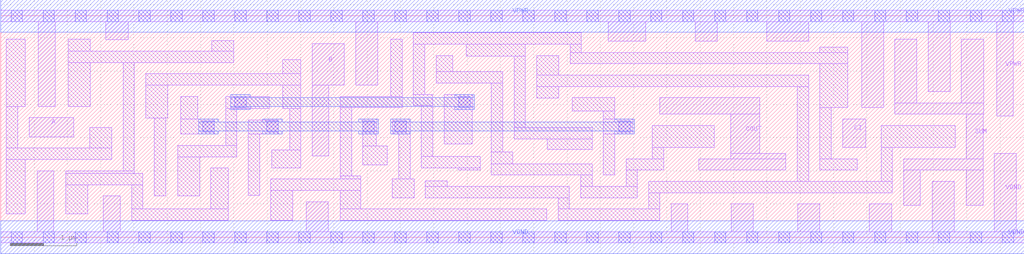
<source format=lef>
# Copyright 2020 The SkyWater PDK Authors
#
# Licensed under the Apache License, Version 2.0 (the "License");
# you may not use this file except in compliance with the License.
# You may obtain a copy of the License at
#
#     https://www.apache.org/licenses/LICENSE-2.0
#
# Unless required by applicable law or agreed to in writing, software
# distributed under the License is distributed on an "AS IS" BASIS,
# WITHOUT WARRANTIES OR CONDITIONS OF ANY KIND, either express or implied.
# See the License for the specific language governing permissions and
# limitations under the License.
#
# SPDX-License-Identifier: Apache-2.0

VERSION 5.7 ;
  NAMESCASESENSITIVE ON ;
  NOWIREEXTENSIONATPIN ON ;
  DIVIDERCHAR "/" ;
  BUSBITCHARS "[]" ;
UNITS
  DATABASE MICRONS 200 ;
END UNITS
MACRO sky130_fd_sc_hs__fah_4
  CLASS CORE ;
  SOURCE USER ;
  FOREIGN sky130_fd_sc_hs__fah_4 ;
  ORIGIN  0.000000  0.000000 ;
  SIZE  15.36000 BY  3.330000 ;
  SYMMETRY X Y ;
  SITE unit ;
  PIN A
    ANTENNAGATEAREA  0.492000 ;
    DIRECTION INPUT ;
    USE SIGNAL ;
    PORT
      LAYER li1 ;
        RECT 0.425000 1.510000 1.095000 1.800000 ;
    END
  END A
  PIN B
    ANTENNAGATEAREA  0.723000 ;
    DIRECTION INPUT ;
    USE SIGNAL ;
    PORT
      LAYER li1 ;
        RECT 4.675000 1.220000 4.925000 2.290000 ;
        RECT 4.675000 2.290000 5.155000 2.910000 ;
    END
  END B
  PIN CI
    ANTENNAGATEAREA  0.246000 ;
    DIRECTION INPUT ;
    USE SIGNAL ;
    PORT
      LAYER li1 ;
        RECT 12.635000 1.350000 12.980000 1.780000 ;
    END
  END CI
  PIN COUT
    ANTENNADIFFAREA  1.086400 ;
    DIRECTION OUTPUT ;
    USE SIGNAL ;
    PORT
      LAYER li1 ;
        RECT  9.890000 1.850000 11.395000 2.100000 ;
        RECT 10.475000 1.010000 11.785000 1.180000 ;
        RECT 10.960000 1.180000 11.785000 1.260000 ;
        RECT 10.960000 1.260000 11.395000 1.850000 ;
    END
  END COUT
  PIN SUM
    ANTENNADIFFAREA  1.097600 ;
    DIRECTION OUTPUT ;
    USE SIGNAL ;
    PORT
      LAYER li1 ;
        RECT 13.420000 1.850000 14.755000 2.020000 ;
        RECT 13.420000 2.020000 13.750000 2.980000 ;
        RECT 13.555000 0.480000 13.805000 1.010000 ;
        RECT 13.555000 1.010000 14.745000 1.180000 ;
        RECT 14.420000 2.020000 14.755000 2.980000 ;
        RECT 14.495000 0.480000 14.745000 1.010000 ;
        RECT 14.495000 1.180000 14.745000 1.850000 ;
    END
  END SUM
  PIN VGND
    DIRECTION INOUT ;
    USE GROUND ;
    PORT
      LAYER li1 ;
        RECT  0.000000 -0.085000 15.360000 0.085000 ;
        RECT  0.545000  0.085000  0.795000 1.000000 ;
        RECT  1.535000  0.085000  1.795000 0.620000 ;
        RECT  4.585000  0.085000  4.915000 0.535000 ;
        RECT 10.065000  0.085000 10.315000 0.500000 ;
        RECT 10.965000  0.085000 11.295000 0.500000 ;
        RECT 11.965000  0.085000 12.295000 0.500000 ;
        RECT 13.035000  0.085000 13.375000 0.500000 ;
        RECT 13.985000  0.085000 14.315000 0.840000 ;
        RECT 14.915000  0.085000 15.245000 1.260000 ;
      LAYER mcon ;
        RECT  0.155000 -0.085000  0.325000 0.085000 ;
        RECT  0.635000 -0.085000  0.805000 0.085000 ;
        RECT  1.115000 -0.085000  1.285000 0.085000 ;
        RECT  1.595000 -0.085000  1.765000 0.085000 ;
        RECT  2.075000 -0.085000  2.245000 0.085000 ;
        RECT  2.555000 -0.085000  2.725000 0.085000 ;
        RECT  3.035000 -0.085000  3.205000 0.085000 ;
        RECT  3.515000 -0.085000  3.685000 0.085000 ;
        RECT  3.995000 -0.085000  4.165000 0.085000 ;
        RECT  4.475000 -0.085000  4.645000 0.085000 ;
        RECT  4.955000 -0.085000  5.125000 0.085000 ;
        RECT  5.435000 -0.085000  5.605000 0.085000 ;
        RECT  5.915000 -0.085000  6.085000 0.085000 ;
        RECT  6.395000 -0.085000  6.565000 0.085000 ;
        RECT  6.875000 -0.085000  7.045000 0.085000 ;
        RECT  7.355000 -0.085000  7.525000 0.085000 ;
        RECT  7.835000 -0.085000  8.005000 0.085000 ;
        RECT  8.315000 -0.085000  8.485000 0.085000 ;
        RECT  8.795000 -0.085000  8.965000 0.085000 ;
        RECT  9.275000 -0.085000  9.445000 0.085000 ;
        RECT  9.755000 -0.085000  9.925000 0.085000 ;
        RECT 10.235000 -0.085000 10.405000 0.085000 ;
        RECT 10.715000 -0.085000 10.885000 0.085000 ;
        RECT 11.195000 -0.085000 11.365000 0.085000 ;
        RECT 11.675000 -0.085000 11.845000 0.085000 ;
        RECT 12.155000 -0.085000 12.325000 0.085000 ;
        RECT 12.635000 -0.085000 12.805000 0.085000 ;
        RECT 13.115000 -0.085000 13.285000 0.085000 ;
        RECT 13.595000 -0.085000 13.765000 0.085000 ;
        RECT 14.075000 -0.085000 14.245000 0.085000 ;
        RECT 14.555000 -0.085000 14.725000 0.085000 ;
        RECT 15.035000 -0.085000 15.205000 0.085000 ;
      LAYER met1 ;
        RECT 0.000000 -0.245000 15.360000 0.245000 ;
    END
  END VGND
  PIN VPWR
    DIRECTION INOUT ;
    USE POWER ;
    PORT
      LAYER li1 ;
        RECT  0.000000 3.245000 15.360000 3.415000 ;
        RECT  0.565000 1.970000  0.815000 3.245000 ;
        RECT  1.575000 2.970000  1.915000 3.245000 ;
        RECT  5.325000 2.290000  5.655000 3.245000 ;
        RECT  9.115000 2.950000  9.685000 3.245000 ;
        RECT 10.425000 2.950000 10.755000 3.245000 ;
        RECT 11.495000 2.950000 12.125000 3.245000 ;
        RECT 12.920000 1.950000 13.250000 3.245000 ;
        RECT 13.920000 2.190000 14.250000 3.245000 ;
        RECT 14.950000 1.820000 15.200000 3.245000 ;
      LAYER mcon ;
        RECT  0.155000 3.245000  0.325000 3.415000 ;
        RECT  0.635000 3.245000  0.805000 3.415000 ;
        RECT  1.115000 3.245000  1.285000 3.415000 ;
        RECT  1.595000 3.245000  1.765000 3.415000 ;
        RECT  2.075000 3.245000  2.245000 3.415000 ;
        RECT  2.555000 3.245000  2.725000 3.415000 ;
        RECT  3.035000 3.245000  3.205000 3.415000 ;
        RECT  3.515000 3.245000  3.685000 3.415000 ;
        RECT  3.995000 3.245000  4.165000 3.415000 ;
        RECT  4.475000 3.245000  4.645000 3.415000 ;
        RECT  4.955000 3.245000  5.125000 3.415000 ;
        RECT  5.435000 3.245000  5.605000 3.415000 ;
        RECT  5.915000 3.245000  6.085000 3.415000 ;
        RECT  6.395000 3.245000  6.565000 3.415000 ;
        RECT  6.875000 3.245000  7.045000 3.415000 ;
        RECT  7.355000 3.245000  7.525000 3.415000 ;
        RECT  7.835000 3.245000  8.005000 3.415000 ;
        RECT  8.315000 3.245000  8.485000 3.415000 ;
        RECT  8.795000 3.245000  8.965000 3.415000 ;
        RECT  9.275000 3.245000  9.445000 3.415000 ;
        RECT  9.755000 3.245000  9.925000 3.415000 ;
        RECT 10.235000 3.245000 10.405000 3.415000 ;
        RECT 10.715000 3.245000 10.885000 3.415000 ;
        RECT 11.195000 3.245000 11.365000 3.415000 ;
        RECT 11.675000 3.245000 11.845000 3.415000 ;
        RECT 12.155000 3.245000 12.325000 3.415000 ;
        RECT 12.635000 3.245000 12.805000 3.415000 ;
        RECT 13.115000 3.245000 13.285000 3.415000 ;
        RECT 13.595000 3.245000 13.765000 3.415000 ;
        RECT 14.075000 3.245000 14.245000 3.415000 ;
        RECT 14.555000 3.245000 14.725000 3.415000 ;
        RECT 15.035000 3.245000 15.205000 3.415000 ;
      LAYER met1 ;
        RECT 0.000000 3.085000 15.360000 3.575000 ;
    END
  END VPWR
  OBS
    LAYER li1 ;
      RECT  0.085000 0.350000  0.365000 1.170000 ;
      RECT  0.085000 1.170000  1.665000 1.340000 ;
      RECT  0.085000 1.340000  0.255000 1.970000 ;
      RECT  0.085000 1.970000  0.365000 2.980000 ;
      RECT  0.975000 0.350000  1.305000 0.790000 ;
      RECT  0.975000 0.790000  2.135000 0.960000 ;
      RECT  0.975000 0.960000  2.005000 1.000000 ;
      RECT  1.015000 1.970000  1.345000 2.630000 ;
      RECT  1.015000 2.630000  3.495000 2.800000 ;
      RECT  1.015000 2.800000  1.345000 2.980000 ;
      RECT  1.335000 1.340000  1.665000 1.650000 ;
      RECT  1.835000 1.000000  2.005000 2.630000 ;
      RECT  1.965000 0.255000  3.415000 0.425000 ;
      RECT  1.965000 0.425000  2.135000 0.790000 ;
      RECT  2.175000 1.790000  2.505000 2.290000 ;
      RECT  2.175000 2.290000  4.505000 2.460000 ;
      RECT  2.305000 0.625000  2.475000 1.790000 ;
      RECT  2.655000 0.625000  2.985000 1.210000 ;
      RECT  2.655000 1.210000  3.545000 1.380000 ;
      RECT  2.705000 1.550000  3.205000 1.780000 ;
      RECT  2.705000 1.780000  2.960000 2.120000 ;
      RECT  3.155000 0.425000  3.415000 1.040000 ;
      RECT  3.165000 2.800000  3.495000 2.960000 ;
      RECT  3.375000 1.380000  3.545000 1.935000 ;
      RECT  3.375000 1.935000  4.030000 2.120000 ;
      RECT  3.715000 0.630000  3.885000 1.550000 ;
      RECT  3.715000 1.550000  4.165000 1.765000 ;
      RECT  4.055000 0.255000  4.385000 0.705000 ;
      RECT  4.055000 0.705000  5.405000 0.875000 ;
      RECT  4.065000 1.045000  4.505000 1.310000 ;
      RECT  4.230000 1.935000  4.505000 2.290000 ;
      RECT  4.230000 2.460000  4.505000 2.670000 ;
      RECT  4.335000 1.310000  4.505000 1.935000 ;
      RECT  5.095000 0.255000  8.195000 0.425000 ;
      RECT  5.095000 0.425000  5.405000 0.705000 ;
      RECT  5.095000 0.875000  5.405000 0.920000 ;
      RECT  5.095000 0.920000  5.265000 1.950000 ;
      RECT  5.095000 1.950000  6.025000 2.120000 ;
      RECT  5.435000 1.090000  5.805000 1.375000 ;
      RECT  5.435000 1.375000  5.635000 1.780000 ;
      RECT  5.855000 2.120000  6.025000 2.980000 ;
      RECT  5.875000 0.595000  6.205000 0.875000 ;
      RECT  5.885000 1.550000  6.145000 1.780000 ;
      RECT  5.975000 0.875000  6.145000 1.550000 ;
      RECT  6.195000 1.980000  6.485000 2.150000 ;
      RECT  6.195000 2.150000  6.365000 2.905000 ;
      RECT  6.195000 2.905000  8.715000 3.075000 ;
      RECT  6.315000 1.045000  7.195000 1.215000 ;
      RECT  6.315000 1.215000  6.485000 1.980000 ;
      RECT  6.375000 0.595000  8.535000 0.765000 ;
      RECT  6.375000 0.765000  6.705000 0.845000 ;
      RECT  6.535000 2.320000  7.535000 2.490000 ;
      RECT  6.535000 2.490000  6.785000 2.735000 ;
      RECT  6.655000 1.405000  7.075000 2.150000 ;
      RECT  6.865000 1.015000  7.195000 1.045000 ;
      RECT  6.990000 2.725000  7.875000 2.905000 ;
      RECT  7.365000 0.935000  8.875000 1.105000 ;
      RECT  7.365000 1.105000  7.685000 1.285000 ;
      RECT  7.365000 1.285000  7.535000 2.320000 ;
      RECT  7.705000 1.480000  8.875000 1.650000 ;
      RECT  7.705000 1.650000  7.875000 2.725000 ;
      RECT  8.045000 2.095000  8.375000 2.270000 ;
      RECT  8.045000 2.270000 12.125000 2.440000 ;
      RECT  8.045000 2.440000  8.375000 2.735000 ;
      RECT  8.205000 1.320000  8.875000 1.480000 ;
      RECT  8.365000 0.255000  9.895000 0.425000 ;
      RECT  8.365000 0.425000  8.535000 0.595000 ;
      RECT  8.545000 2.610000 12.715000 2.780000 ;
      RECT  8.545000 2.780000  8.715000 2.905000 ;
      RECT  8.580000 1.900000  9.215000 2.100000 ;
      RECT  8.705000 0.595000  9.555000 0.765000 ;
      RECT  8.705000 0.765000  8.875000 0.935000 ;
      RECT  9.045000 0.935000  9.215000 1.550000 ;
      RECT  9.045000 1.550000  9.475000 1.775000 ;
      RECT  9.045000 1.775000  9.215000 1.900000 ;
      RECT  9.385000 0.765000  9.555000 1.010000 ;
      RECT  9.385000 1.010000  9.950000 1.180000 ;
      RECT  9.725000 0.425000  9.895000 0.670000 ;
      RECT  9.725000 0.670000 13.385000 0.840000 ;
      RECT  9.780000 1.180000  9.950000 1.350000 ;
      RECT  9.780000 1.350000 10.710000 1.680000 ;
      RECT 11.955000 0.840000 12.125000 2.270000 ;
      RECT 12.295000 1.010000 12.855000 1.180000 ;
      RECT 12.295000 1.180000 12.465000 1.950000 ;
      RECT 12.295000 1.950000 12.715000 2.610000 ;
      RECT 12.295000 2.780000 12.715000 2.860000 ;
      RECT 13.215000 0.840000 13.385000 1.350000 ;
      RECT 13.215000 1.350000 14.325000 1.680000 ;
    LAYER mcon ;
      RECT 3.035000 1.580000 3.205000 1.750000 ;
      RECT 3.515000 1.950000 3.685000 2.120000 ;
      RECT 3.995000 1.580000 4.165000 1.750000 ;
      RECT 5.435000 1.580000 5.605000 1.750000 ;
      RECT 5.915000 1.580000 6.085000 1.750000 ;
      RECT 6.875000 1.950000 7.045000 2.120000 ;
      RECT 9.275000 1.580000 9.445000 1.750000 ;
    LAYER met1 ;
      RECT 2.975000 1.550000 3.265000 1.595000 ;
      RECT 2.975000 1.595000 5.665000 1.735000 ;
      RECT 2.975000 1.735000 3.265000 1.780000 ;
      RECT 3.455000 1.920000 3.745000 1.965000 ;
      RECT 3.455000 1.965000 7.105000 2.105000 ;
      RECT 3.455000 2.105000 3.745000 2.150000 ;
      RECT 3.935000 1.550000 4.225000 1.595000 ;
      RECT 3.935000 1.735000 4.225000 1.780000 ;
      RECT 5.375000 1.550000 5.665000 1.595000 ;
      RECT 5.375000 1.735000 5.665000 1.780000 ;
      RECT 5.855000 1.550000 6.145000 1.595000 ;
      RECT 5.855000 1.595000 9.505000 1.735000 ;
      RECT 5.855000 1.735000 6.145000 1.780000 ;
      RECT 6.815000 1.920000 7.105000 1.965000 ;
      RECT 6.815000 2.105000 7.105000 2.150000 ;
      RECT 9.215000 1.550000 9.505000 1.595000 ;
      RECT 9.215000 1.735000 9.505000 1.780000 ;
  END
END sky130_fd_sc_hs__fah_4

</source>
